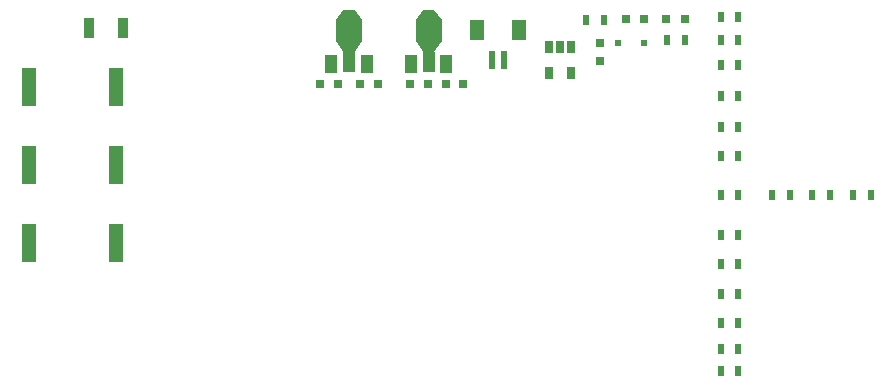
<source format=gtp>
G04 #@! TF.GenerationSoftware,KiCad,Pcbnew,(2017-09-19 revision dddaa7e69)-makepkg*
G04 #@! TF.CreationDate,2017-11-22T18:58:21+10:30*
G04 #@! TF.ProjectId,din_power_atm90e26,64696E5F706F7765725F61746D393065,rev?*
G04 #@! TF.SameCoordinates,Original*
G04 #@! TF.FileFunction,Paste,Top*
G04 #@! TF.FilePolarity,Positive*
%FSLAX46Y46*%
G04 Gerber Fmt 4.6, Leading zero omitted, Abs format (unit mm)*
G04 Created by KiCad (PCBNEW (2017-09-19 revision dddaa7e69)-makepkg) date 11/22/17 18:58:21*
%MOMM*%
%LPD*%
G01*
G04 APERTURE LIST*
%ADD10R,1.200000X1.800000*%
%ADD11R,0.600000X1.550000*%
%ADD12R,0.500000X0.900000*%
%ADD13R,0.650000X1.060000*%
%ADD14C,0.850000*%
%ADD15C,0.100000*%
%ADD16R,1.000000X1.500000*%
%ADD17R,1.000000X1.800000*%
%ADD18R,2.200000X1.840000*%
%ADD19C,1.000000*%
%ADD20R,0.900000X1.700000*%
%ADD21R,0.800000X0.750000*%
%ADD22R,0.750000X0.800000*%
%ADD23R,0.500000X0.500000*%
%ADD24R,0.800000X0.800000*%
%ADD25R,1.270000X3.302000*%
G04 APERTURE END LIST*
D10*
X156978000Y-47494900D03*
X153378000Y-47494900D03*
D11*
X155678000Y-50019900D03*
X154678000Y-50019900D03*
D12*
X174020000Y-48320000D03*
X175520000Y-48320000D03*
X174020000Y-61450000D03*
X175520000Y-61450000D03*
X181760000Y-61440000D03*
X183260000Y-61440000D03*
X174020000Y-58200000D03*
X175520000Y-58200000D03*
X174020000Y-55680000D03*
X175520000Y-55680000D03*
X174018000Y-53067400D03*
X175518000Y-53067400D03*
X175520000Y-46420000D03*
X174020000Y-46420000D03*
X174020000Y-50500000D03*
X175520000Y-50500000D03*
D13*
X161378000Y-51167400D03*
X159478000Y-51167400D03*
X159478000Y-48967400D03*
X160428000Y-48967400D03*
X161378000Y-48967400D03*
D14*
X142568000Y-46193000D03*
D15*
G36*
X141468000Y-46618000D02*
X142068000Y-45768000D01*
X143068000Y-45768000D01*
X143668000Y-46618000D01*
X141468000Y-46618000D01*
X141468000Y-46618000D01*
G37*
D16*
X141068000Y-50340000D03*
D17*
X142568000Y-50193500D03*
D16*
X144068000Y-50340000D03*
D18*
X142568000Y-47526500D03*
D19*
X142568000Y-48936200D03*
D15*
G36*
X143668000Y-48436200D02*
X142968000Y-49436200D01*
X142168000Y-49436200D01*
X141468000Y-48436200D01*
X143668000Y-48436200D01*
X143668000Y-48436200D01*
G37*
D19*
X149290000Y-48936200D03*
D15*
G36*
X150390000Y-48436200D02*
X149690000Y-49436200D01*
X148890000Y-49436200D01*
X148190000Y-48436200D01*
X150390000Y-48436200D01*
X150390000Y-48436200D01*
G37*
D18*
X149290000Y-47526500D03*
D16*
X150790000Y-50340000D03*
D17*
X149290000Y-50193500D03*
D16*
X147790000Y-50340000D03*
D14*
X149290000Y-46193000D03*
D15*
G36*
X148190000Y-46618000D02*
X148790000Y-45768000D01*
X149790000Y-45768000D01*
X150390000Y-46618000D01*
X148190000Y-46618000D01*
X148190000Y-46618000D01*
G37*
D20*
X120498000Y-47367400D03*
X123398000Y-47367400D03*
D12*
X164118000Y-46637400D03*
X162618000Y-46637400D03*
X169468000Y-48327400D03*
X170968000Y-48327400D03*
D21*
X167518000Y-46587400D03*
X166018000Y-46587400D03*
X152230000Y-52080000D03*
X150730000Y-52080000D03*
X143522000Y-52070000D03*
X145022000Y-52070000D03*
X141593000Y-52070000D03*
X140093000Y-52070000D03*
X149230000Y-52080000D03*
X147730000Y-52080000D03*
D22*
X163818000Y-50087400D03*
X163818000Y-48587400D03*
D23*
X165318000Y-48627400D03*
X167518000Y-48627400D03*
D24*
X170958000Y-46587400D03*
X169358000Y-46587400D03*
D12*
X174020000Y-67280000D03*
X175520000Y-67280000D03*
X178350000Y-61450000D03*
X179850000Y-61450000D03*
X186740000Y-61440000D03*
X185240000Y-61440000D03*
X175520000Y-69810000D03*
X174020000Y-69810000D03*
X175520000Y-74500000D03*
X174020000Y-74500000D03*
X175520000Y-76410000D03*
X174020000Y-76410000D03*
X175520000Y-72280000D03*
X174020000Y-72280000D03*
X175520000Y-64820000D03*
X174020000Y-64820000D03*
D25*
X115443000Y-52349400D03*
X122809000Y-52349400D03*
X122809000Y-58953400D03*
X115443000Y-58953400D03*
X115443000Y-65557400D03*
X122809000Y-65557400D03*
M02*

</source>
